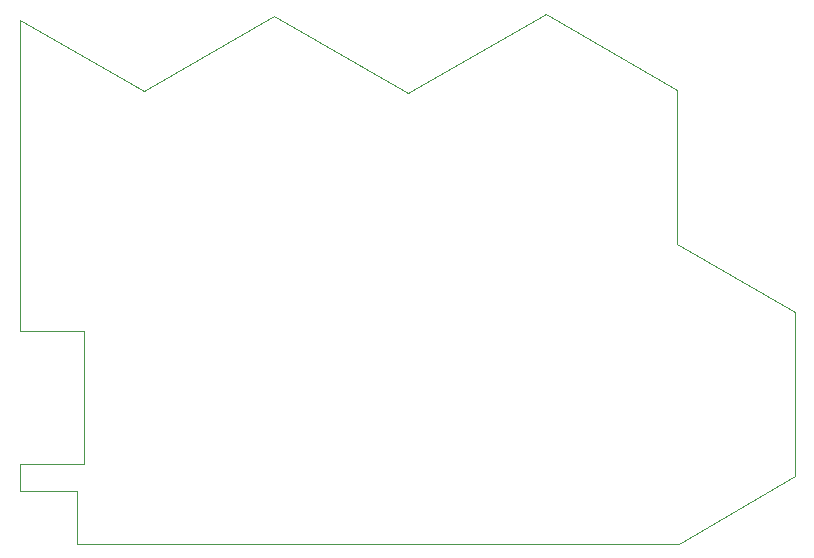
<source format=gm1>
G04 #@! TF.GenerationSoftware,KiCad,Pcbnew,8.0.0*
G04 #@! TF.CreationDate,2024-04-27T08:46:39-07:00*
G04 #@! TF.ProjectId,module controller,6d6f6475-6c65-4206-936f-6e74726f6c6c,rev?*
G04 #@! TF.SameCoordinates,Original*
G04 #@! TF.FileFunction,Profile,NP*
%FSLAX46Y46*%
G04 Gerber Fmt 4.6, Leading zero omitted, Abs format (unit mm)*
G04 Created by KiCad (PCBNEW 8.0.0) date 2024-04-27 08:46:39*
%MOMM*%
%LPD*%
G01*
G04 APERTURE LIST*
G04 #@! TA.AperFunction,Profile*
%ADD10C,0.100000*%
G04 #@! TD*
G04 APERTURE END LIST*
D10*
X144927000Y-37973015D02*
X144927000Y-51078866D01*
X154900000Y-56800000D01*
X154900000Y-70700000D01*
X145112941Y-76449980D01*
X94139613Y-76449980D01*
X94139613Y-71949980D01*
X89320000Y-71949980D01*
X89320000Y-69686480D01*
X94748800Y-69686480D01*
X94748800Y-58426320D01*
X89320000Y-58426320D01*
X89320000Y-32080000D01*
X99781000Y-38119662D01*
X110854367Y-31726450D01*
X122204367Y-38279376D01*
X133831000Y-31566736D01*
X144927000Y-37973015D01*
M02*

</source>
